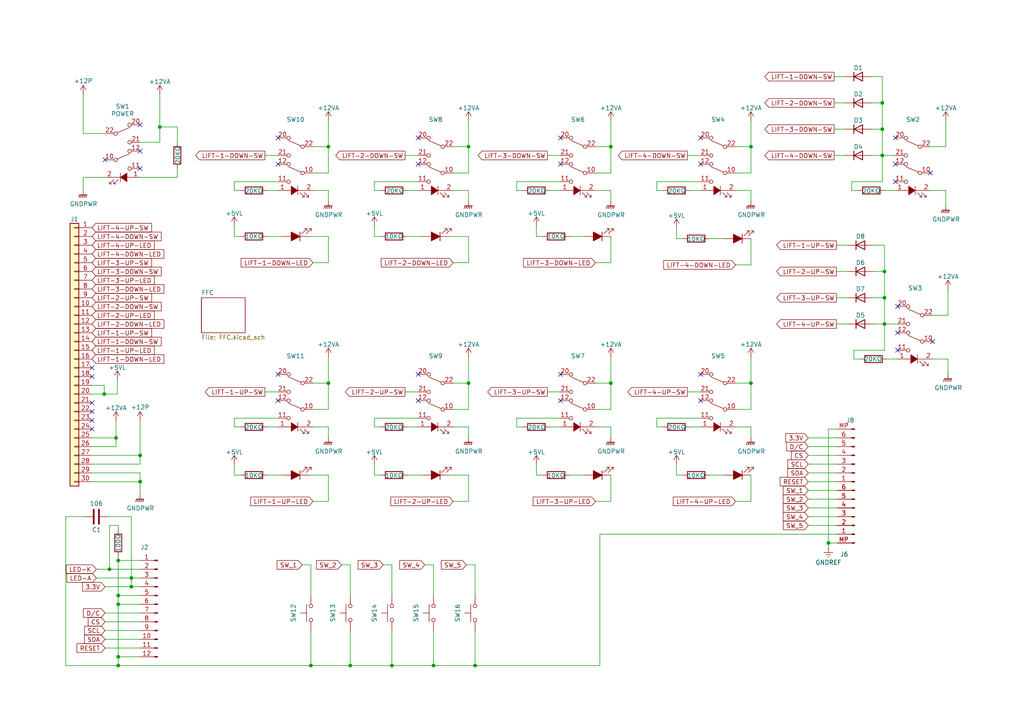
<source format=kicad_sch>
(kicad_sch (version 20231120) (generator "eeschema") (generator_version "8.0")
  (paper "A4")
  (title_block (title "CamTrol V3.6") (date "2021-12-15"))
  (junction (at 34.29 172.72))
  (junction (at 177.165 42.545))
  (junction (at 34.29 193.04))
  (junction (at 240.284 157.48))
  (junction (at 255.905 45.085))
  (junction (at 217.805 42.545))
  (junction (at 95.25 42.545))
  (junction (at 255.905 37.465))
  (junction (at 34.29 175.26))
  (junction (at 125.73 193.04))
  (junction (at 95.25 111.125))
  (junction (at 46.355 36.83))
  (junction (at 135.89 111.125))
  (junction (at 217.805 111.125))
  (junction (at 177.165 111.125))
  (junction (at 113.665 193.04))
  (junction (at 40.64 132.08))
  (junction (at 40.64 139.7))
  (junction (at 31.75 165.1))
  (junction (at 101.6 193.04))
  (junction (at 34.29 190.5))
  (junction (at 33.655 127))
  (junction (at 256.54 86.36))
  (junction (at 30.226 114.3))
  (junction (at 38.1 170.18))
  (junction (at 256.54 78.74))
  (junction (at 38.1 167.64))
  (junction (at 90.17 193.04))
  (junction (at 137.795 193.04))
  (junction (at 255.905 29.845))
  (junction (at 256.54 93.98))
  (junction (at 34.29 162.56))
  (junction (at 135.89 42.545))
  (no_connect (at 80.645 108.585))
  (no_connect (at 80.645 116.205))
  (no_connect (at 162.56 108.585))
  (no_connect (at 203.2 47.625))
  (no_connect (at 162.56 116.205))
  (no_connect (at 80.645 40.005))
  (no_connect (at 259.715 40.005))
  (no_connect (at 26.67 109.22))
  (no_connect (at 203.2 108.585))
  (no_connect (at 121.285 47.625))
  (no_connect (at 40.64 43.815))
  (no_connect (at 40.64 36.195))
  (no_connect (at 40.64 48.895))
  (no_connect (at 30.48 46.355))
  (no_connect (at 162.56 47.625))
  (no_connect (at 26.67 124.46))
  (no_connect (at 26.67 121.92))
  (no_connect (at 26.67 119.38))
  (no_connect (at 26.67 116.84))
  (no_connect (at 121.285 108.585))
  (no_connect (at 121.285 40.005))
  (no_connect (at 80.645 47.625))
  (no_connect (at 269.875 50.165))
  (no_connect (at 259.715 52.705))
  (no_connect (at 260.35 101.6))
  (no_connect (at 121.285 116.205))
  (no_connect (at 26.67 106.68))
  (no_connect (at 162.56 40.005))
  (no_connect (at 203.2 116.205))
  (no_connect (at 260.35 88.9))
  (no_connect (at 260.35 96.52))
  (no_connect (at 270.51 99.06))
  (no_connect (at 259.715 47.625))
  (no_connect (at 203.2 40.005))
  (wire (pts (xy 34.29 175.26) (xy 34.29 190.5)))
  (wire (pts (xy 234.442 129.54) (xy 242.824 129.54)))
  (wire (pts (xy 69.85 123.825) (xy 67.945 123.825)))
  (wire (pts (xy 30.48 177.8) (xy 40.64 177.8)))
  (wire (pts (xy 108.585 52.705) (xy 108.585 55.245)))
  (wire (pts (xy 255.905 29.845) (xy 255.905 37.465)))
  (wire (pts (xy 269.875 42.545) (xy 274.32 42.545)))
  (wire (pts (xy 26.67 137.16) (xy 40.64 137.16)))
  (wire (pts (xy 274.32 59.69) (xy 274.32 55.245)))
  (wire (pts (xy 242.57 71.12) (xy 245.745 71.12)))
  (wire (pts (xy 158.75 45.085) (xy 162.56 45.085)))
  (wire (pts (xy 51.435 41.275) (xy 51.435 36.83)))
  (wire (pts (xy 108.585 134.62) (xy 108.585 137.795)))
  (wire (pts (xy 27.94 167.64) (xy 38.1 167.64)))
  (wire (pts (xy 117.475 113.665) (xy 121.285 113.665)))
  (wire (pts (xy 234.442 147.32) (xy 242.824 147.32)))
  (wire (pts (xy 26.67 111.76) (xy 30.226 111.76)))
  (wire (pts (xy 135.89 76.2) (xy 135.89 68.58)))
  (wire (pts (xy 137.795 163.83) (xy 137.795 172.72)))
  (wire (pts (xy 213.36 55.245) (xy 217.805 55.245)))
  (wire (pts (xy 135.89 111.125) (xy 135.89 103.505)))
  (wire (pts (xy 108.585 121.285) (xy 108.585 123.825)))
  (wire (pts (xy 38.1 167.64) (xy 38.1 170.18)))
  (wire (pts (xy 151.765 123.825) (xy 149.86 123.825)))
  (wire (pts (xy 177.165 111.125) (xy 177.165 103.505)))
  (wire (pts (xy 242.824 124.46) (xy 240.284 124.46)))
  (wire (pts (xy 30.48 182.88) (xy 40.64 182.88)))
  (wire (pts (xy 101.6 193.04) (xy 90.17 193.04)))
  (wire (pts (xy 196.215 134.62) (xy 196.215 137.795)))
  (wire (pts (xy 213.36 123.825) (xy 217.805 123.825)))
  (wire (pts (xy 253.365 86.36) (xy 256.54 86.36)))
  (wire (pts (xy 255.905 37.465) (xy 255.905 45.085)))
  (wire (pts (xy 130.175 137.795) (xy 135.89 137.795)))
  (wire (pts (xy 118.11 68.58) (xy 122.555 68.58)))
  (wire (pts (xy 247.015 55.245) (xy 247.015 52.705)))
  (wire (pts (xy 30.48 187.96) (xy 40.64 187.96)))
  (wire (pts (xy 131.445 50.165) (xy 135.89 50.165)))
  (wire (pts (xy 111.125 163.83) (xy 113.665 163.83)))
  (wire (pts (xy 40.64 137.16) (xy 40.64 139.7)))
  (wire (pts (xy 67.945 52.705) (xy 67.945 55.245)))
  (wire (pts (xy 135.89 123.825) (xy 135.89 127)))
  (wire (pts (xy 253.365 93.98) (xy 256.54 93.98)))
  (wire (pts (xy 247.65 104.14) (xy 247.65 101.6)))
  (wire (pts (xy 125.73 193.04) (xy 137.795 193.04)))
  (wire (pts (xy 240.284 157.48) (xy 240.284 159.004)))
  (wire (pts (xy 172.72 123.825) (xy 177.165 123.825)))
  (wire (pts (xy 199.39 113.665) (xy 203.2 113.665)))
  (wire (pts (xy 157.48 137.795) (xy 155.575 137.795)))
  (wire (pts (xy 217.805 42.545) (xy 217.805 34.925)))
  (wire (pts (xy 130.175 68.58) (xy 135.89 68.58)))
  (wire (pts (xy 155.575 65.405) (xy 155.575 68.58)))
  (wire (pts (xy 67.945 65.405) (xy 67.945 68.58)))
  (wire (pts (xy 95.25 55.245) (xy 95.25 58.42)))
  (wire (pts (xy 192.405 55.245) (xy 190.5 55.245)))
  (wire (pts (xy 101.6 193.04) (xy 113.665 193.04)))
  (wire (pts (xy 69.85 68.58) (xy 67.945 68.58)))
  (wire (pts (xy 34.036 110.109) (xy 34.036 114.3)))
  (wire (pts (xy 135.89 145.415) (xy 135.89 137.795)))
  (wire (pts (xy 172.72 111.125) (xy 177.165 111.125)))
  (wire (pts (xy 158.75 113.665) (xy 162.56 113.665)))
  (wire (pts (xy 217.805 145.415) (xy 217.805 137.795)))
  (wire (pts (xy 213.36 145.415) (xy 217.805 145.415)))
  (wire (pts (xy 89.535 68.58) (xy 95.25 68.58)))
  (wire (pts (xy 190.5 121.285) (xy 190.5 123.825)))
  (wire (pts (xy 34.29 193.04) (xy 90.17 193.04)))
  (wire (pts (xy 198.12 137.795) (xy 196.215 137.795)))
  (wire (pts (xy 27.94 165.1) (xy 31.75 165.1)))
  (wire (pts (xy 51.435 36.83) (xy 46.355 36.83)))
  (wire (pts (xy 34.29 190.5) (xy 34.29 193.04)))
  (wire (pts (xy 24.13 55.245) (xy 24.13 51.435)))
  (wire (pts (xy 253.365 71.12) (xy 256.54 71.12)))
  (wire (pts (xy 165.1 68.58) (xy 169.545 68.58)))
  (wire (pts (xy 95.25 50.165) (xy 95.25 42.545)))
  (wire (pts (xy 248.92 55.245) (xy 247.015 55.245)))
  (wire (pts (xy 177.165 123.825) (xy 177.165 127)))
  (wire (pts (xy 269.875 55.245) (xy 274.32 55.245)))
  (wire (pts (xy 46.355 27.305) (xy 46.355 36.83)))
  (wire (pts (xy 217.805 76.835) (xy 217.805 69.215)))
  (wire (pts (xy 234.442 127) (xy 242.824 127)))
  (wire (pts (xy 257.175 104.14) (xy 260.35 104.14)))
  (wire (pts (xy 30.48 170.18) (xy 38.1 170.18)))
  (wire (pts (xy 234.442 132.08) (xy 242.824 132.08)))
  (wire (pts (xy 274.955 91.44) (xy 274.955 83.82)))
  (wire (pts (xy 31.75 152.4) (xy 31.75 165.1)))
  (wire (pts (xy 198.12 69.215) (xy 196.215 69.215)))
  (wire (pts (xy 213.36 118.745) (xy 217.805 118.745)))
  (wire (pts (xy 149.86 52.705) (xy 149.86 55.245)))
  (wire (pts (xy 24.13 38.735) (xy 30.48 38.735)))
  (wire (pts (xy 217.805 111.125) (xy 217.805 103.505)))
  (wire (pts (xy 234.442 139.7) (xy 242.824 139.7)))
  (wire (pts (xy 172.72 50.165) (xy 177.165 50.165)))
  (wire (pts (xy 34.29 162.56) (xy 40.64 162.56)))
  (wire (pts (xy 95.25 145.415) (xy 95.25 137.795)))
  (wire (pts (xy 200.025 123.825) (xy 203.2 123.825)))
  (wire (pts (xy 241.935 22.225) (xy 245.11 22.225)))
  (wire (pts (xy 67.945 134.62) (xy 67.945 137.795)))
  (wire (pts (xy 242.57 93.98) (xy 245.745 93.98)))
  (wire (pts (xy 24.13 51.435) (xy 30.48 51.435)))
  (wire (pts (xy 270.51 91.44) (xy 274.955 91.44)))
  (wire (pts (xy 40.64 132.08) (xy 40.64 121.92)))
  (wire (pts (xy 252.73 45.085) (xy 255.905 45.085)))
  (wire (pts (xy 256.54 93.98) (xy 260.35 93.98)))
  (wire (pts (xy 108.585 121.285) (xy 121.285 121.285)))
  (wire (pts (xy 77.47 55.245) (xy 80.645 55.245)))
  (wire (pts (xy 241.935 37.465) (xy 245.11 37.465)))
  (wire (pts (xy 200.025 55.245) (xy 203.2 55.245)))
  (wire (pts (xy 240.284 157.48) (xy 242.824 157.48)))
  (wire (pts (xy 26.67 114.3) (xy 30.226 114.3)))
  (wire (pts (xy 199.39 45.085) (xy 203.2 45.085)))
  (wire (pts (xy 234.442 149.86) (xy 242.824 149.86)))
  (wire (pts (xy 95.25 123.825) (xy 95.25 127)))
  (wire (pts (xy 34.29 161.29) (xy 34.29 162.56)))
  (wire (pts (xy 217.805 55.245) (xy 217.805 58.42)))
  (wire (pts (xy 101.6 182.88) (xy 101.6 193.04)))
  (wire (pts (xy 76.835 113.665) (xy 80.645 113.665)))
  (wire (pts (xy 110.49 123.825) (xy 108.585 123.825)))
  (wire (pts (xy 24.13 149.86) (xy 19.05 149.86)))
  (wire (pts (xy 213.36 42.545) (xy 217.805 42.545)))
  (wire (pts (xy 95.25 42.545) (xy 95.25 34.925)))
  (wire (pts (xy 87.63 163.83) (xy 90.17 163.83)))
  (wire (pts (xy 118.11 123.825) (xy 121.285 123.825)))
  (wire (pts (xy 123.19 163.83) (xy 125.73 163.83)))
  (wire (pts (xy 165.1 137.795) (xy 169.545 137.795)))
  (wire (pts (xy 135.89 118.745) (xy 135.89 111.125)))
  (wire (pts (xy 34.29 175.26) (xy 40.64 175.26)))
  (wire (pts (xy 252.73 37.465) (xy 255.905 37.465)))
  (wire (pts (xy 270.51 104.14) (xy 274.955 104.14)))
  (wire (pts (xy 135.255 163.83) (xy 137.795 163.83)))
  (wire (pts (xy 26.67 127) (xy 33.655 127)))
  (wire (pts (xy 90.805 123.825) (xy 95.25 123.825)))
  (wire (pts (xy 205.74 137.795) (xy 210.185 137.795)))
  (wire (pts (xy 30.226 114.3) (xy 34.036 114.3)))
  (wire (pts (xy 89.535 137.795) (xy 95.25 137.795)))
  (wire (pts (xy 242.57 78.74) (xy 245.745 78.74)))
  (wire (pts (xy 256.54 71.12) (xy 256.54 78.74)))
  (wire (pts (xy 177.165 76.2) (xy 177.165 68.58)))
  (wire (pts (xy 159.385 123.825) (xy 162.56 123.825)))
  (wire (pts (xy 95.25 103.505) (xy 95.25 111.125)))
  (wire (pts (xy 149.86 121.285) (xy 149.86 123.825)))
  (wire (pts (xy 26.67 129.54) (xy 33.655 129.54)))
  (wire (pts (xy 172.72 118.745) (xy 177.165 118.745)))
  (wire (pts (xy 26.67 132.08) (xy 40.64 132.08)))
  (wire (pts (xy 177.165 55.245) (xy 177.165 58.42)))
  (wire (pts (xy 108.585 65.405) (xy 108.585 68.58)))
  (wire (pts (xy 234.442 152.4) (xy 242.824 152.4)))
  (wire (pts (xy 31.75 165.1) (xy 40.64 165.1)))
  (wire (pts (xy 30.48 185.42) (xy 40.64 185.42)))
  (wire (pts (xy 117.475 45.085) (xy 121.285 45.085)))
  (wire (pts (xy 234.442 144.78) (xy 242.824 144.78)))
  (wire (pts (xy 137.795 193.04) (xy 173.99 193.04)))
  (wire (pts (xy 177.165 145.415) (xy 177.165 137.795)))
  (wire (pts (xy 151.765 55.245) (xy 149.86 55.245)))
  (wire (pts (xy 40.64 139.7) (xy 40.64 143.51)))
  (wire (pts (xy 118.11 137.795) (xy 122.555 137.795)))
  (wire (pts (xy 131.445 42.545) (xy 135.89 42.545)))
  (wire (pts (xy 172.72 76.2) (xy 177.165 76.2)))
  (wire (pts (xy 172.72 55.245) (xy 177.165 55.245)))
  (wire (pts (xy 256.54 101.6) (xy 256.54 93.98)))
  (wire (pts (xy 40.64 134.62) (xy 40.64 132.08)))
  (wire (pts (xy 90.17 163.83) (xy 90.17 172.72)))
  (wire (pts (xy 99.06 163.83) (xy 101.6 163.83)))
  (wire (pts (xy 234.442 134.62) (xy 242.824 134.62)))
  (wire (pts (xy 157.48 68.58) (xy 155.575 68.58)))
  (wire (pts (xy 30.226 111.76) (xy 30.226 114.3)))
  (wire (pts (xy 110.49 55.245) (xy 108.585 55.245)))
  (wire (pts (xy 131.445 55.245) (xy 135.89 55.245)))
  (wire (pts (xy 247.015 52.705) (xy 255.905 52.705)))
  (wire (pts (xy 125.73 182.88) (xy 125.73 193.04)))
  (wire (pts (xy 274.955 108.585) (xy 274.955 104.14)))
  (wire (pts (xy 34.29 153.67) (xy 34.29 152.4)))
  (wire (pts (xy 26.67 134.62) (xy 40.64 134.62)))
  (wire (pts (xy 90.805 145.415) (xy 95.25 145.415)))
  (wire (pts (xy 135.89 55.245) (xy 135.89 58.42)))
  (wire (pts (xy 255.905 45.085) (xy 259.715 45.085)))
  (wire (pts (xy 113.665 182.88) (xy 113.665 193.04)))
  (wire (pts (xy 217.805 50.165) (xy 217.805 42.545)))
  (wire (pts (xy 40.64 51.435) (xy 51.435 51.435)))
  (wire (pts (xy 213.36 50.165) (xy 217.805 50.165)))
  (wire (pts (xy 51.435 51.435) (xy 51.435 48.895)))
  (wire (pts (xy 34.29 172.72) (xy 34.29 175.26)))
  (wire (pts (xy 31.75 149.86) (xy 38.1 149.86)))
  (wire (pts (xy 131.445 145.415) (xy 135.89 145.415)))
  (wire (pts (xy 241.935 45.085) (xy 245.11 45.085)))
  (wire (pts (xy 113.665 193.04) (xy 125.73 193.04)))
  (wire (pts (xy 69.85 55.245) (xy 67.945 55.245)))
  (wire (pts (xy 192.405 123.825) (xy 190.5 123.825)))
  (wire (pts (xy 113.665 163.83) (xy 113.665 172.72)))
  (wire (pts (xy 159.385 55.245) (xy 162.56 55.245)))
  (wire (pts (xy 252.73 29.845) (xy 255.905 29.845)))
  (wire (pts (xy 24.13 27.305) (xy 24.13 38.735)))
  (wire (pts (xy 77.47 137.795) (xy 81.915 137.795)))
  (wire (pts (xy 38.1 167.64) (xy 40.64 167.64)))
  (wire (pts (xy 90.805 111.125) (xy 95.25 111.125)))
  (wire (pts (xy 131.445 123.825) (xy 135.89 123.825)))
  (wire (pts (xy 196.215 66.04) (xy 196.215 69.215)))
  (wire (pts (xy 217.805 118.745) (xy 217.805 111.125)))
  (wire (pts (xy 34.29 162.56) (xy 34.29 172.72)))
  (wire (pts (xy 19.05 193.04) (xy 34.29 193.04)))
  (wire (pts (xy 252.73 22.225) (xy 255.905 22.225)))
  (wire (pts (xy 241.935 29.845) (xy 245.11 29.845)))
  (wire (pts (xy 177.165 50.165) (xy 177.165 42.545)))
  (wire (pts (xy 80.645 121.285) (xy 67.945 121.285)))
  (wire (pts (xy 95.25 111.125) (xy 95.25 118.745)))
  (wire (pts (xy 213.36 111.125) (xy 217.805 111.125)))
  (wire (pts (xy 125.73 163.83) (xy 125.73 172.72)))
  (wire (pts (xy 101.6 163.83) (xy 101.6 172.72)))
  (wire (pts (xy 110.49 137.795) (xy 108.585 137.795)))
  (wire (pts (xy 38.1 170.18) (xy 40.64 170.18)))
  (wire (pts (xy 90.805 50.165) (xy 95.25 50.165)))
  (wire (pts (xy 172.72 42.545) (xy 177.165 42.545)))
  (wire (pts (xy 255.905 22.225) (xy 255.905 29.845)))
  (wire (pts (xy 177.165 118.745) (xy 177.165 111.125)))
  (wire (pts (xy 247.65 101.6) (xy 256.54 101.6)))
  (wire (pts (xy 256.54 55.245) (xy 259.715 55.245)))
  (wire (pts (xy 253.365 78.74) (xy 256.54 78.74)))
  (wire (pts (xy 234.442 142.24) (xy 242.824 142.24)))
  (wire (pts (xy 137.795 182.88) (xy 137.795 193.04)))
  (wire (pts (xy 19.05 149.86) (xy 19.05 193.04)))
  (wire (pts (xy 90.805 55.245) (xy 95.25 55.245)))
  (wire (pts (xy 155.575 134.62) (xy 155.575 137.795)))
  (wire (pts (xy 203.2 52.705) (xy 190.5 52.705)))
  (wire (pts (xy 242.57 86.36) (xy 245.745 86.36)))
  (wire (pts (xy 242.824 154.94) (xy 173.99 154.94)))
  (wire (pts (xy 46.355 36.83) (xy 46.355 41.275)))
  (wire (pts (xy 190.5 121.285) (xy 203.2 121.285)))
  (wire (pts (xy 256.54 86.36) (xy 256.54 93.98)))
  (wire (pts (xy 77.47 68.58) (xy 81.915 68.58)))
  (wire (pts (xy 173.99 154.94) (xy 173.99 193.04)))
  (wire (pts (xy 77.47 123.825) (xy 80.645 123.825)))
  (wire (pts (xy 121.285 52.705) (xy 108.585 52.705)))
  (wire (pts (xy 131.445 111.125) (xy 135.89 111.125)))
  (wire (pts (xy 34.29 172.72) (xy 40.64 172.72)))
  (wire (pts (xy 110.49 68.58) (xy 108.585 68.58)))
  (wire (pts (xy 67.945 121.285) (xy 67.945 123.825)))
  (wire (pts (xy 40.64 41.275) (xy 46.355 41.275)))
  (wire (pts (xy 255.905 52.705) (xy 255.905 45.085)))
  (wire (pts (xy 274.32 42.545) (xy 274.32 34.925)))
  (wire (pts (xy 76.835 45.085) (xy 80.645 45.085)))
  (wire (pts (xy 162.56 52.705) (xy 149.86 52.705)))
  (wire (pts (xy 162.56 121.285) (xy 149.86 121.285)))
  (wire (pts (xy 131.445 118.745) (xy 135.89 118.745)))
  (wire (pts (xy 90.17 182.88) (xy 90.17 193.04)))
  (wire (pts (xy 205.74 69.215) (xy 210.185 69.215)))
  (wire (pts (xy 69.85 137.795) (xy 67.945 137.795)))
  (wire (pts (xy 34.29 152.4) (xy 31.75 152.4)))
  (wire (pts (xy 256.54 78.74) (xy 256.54 86.36)))
  (wire (pts (xy 26.67 139.7) (xy 40.64 139.7)))
  (wire (pts (xy 33.655 127) (xy 33.655 129.54)))
  (wire (pts (xy 90.805 118.745) (xy 95.25 118.745)))
  (wire (pts (xy 90.805 76.2) (xy 95.25 76.2)))
  (wire (pts (xy 33.655 121.92) (xy 33.655 127)))
  (wire (pts (xy 172.72 145.415) (xy 177.165 145.415)))
  (wire (pts (xy 118.11 55.245) (xy 121.285 55.245)))
  (wire (pts (xy 80.645 52.705) (xy 67.945 52.705)))
  (wire (pts (xy 135.89 42.545) (xy 135.89 34.925)))
  (wire (pts (xy 38.1 149.86) (xy 38.1 167.64)))
  (wire (pts (xy 90.805 42.545) (xy 95.25 42.545)))
  (wire (pts (xy 30.48 180.34) (xy 40.64 180.34)))
  (wire (pts (xy 190.5 52.705) (xy 190.5 55.245)))
  (wire (pts (xy 177.165 42.545) (xy 177.165 34.925)))
  (wire (pts (xy 34.29 190.5) (xy 40.64 190.5)))
  (wire (pts (xy 217.805 123.825) (xy 217.805 127)))
  (wire (pts (xy 95.25 76.2) (xy 95.25 68.58)))
  (wire (pts (xy 131.445 76.2) (xy 135.89 76.2)))
  (wire (pts (xy 135.89 50.165) (xy 135.89 42.545)))
  (wire (pts (xy 234.442 137.16) (xy 242.824 137.16)))
  (wire (pts (xy 213.36 76.835) (xy 217.805 76.835)))
  (wire (pts (xy 240.284 124.46) (xy 240.284 157.48)))
  (wire (pts (xy 249.555 104.14) (xy 247.65 104.14)))
  (global_label "D{slash}C" (shape input) (at 234.442 129.54 180) (property "Intersheetrefs" "${INTERSHEET_REFS}" (effects (hide yes))))
  (global_label "RESET" (shape input) (at 30.48 187.96 180) (property "Intersheetrefs" "${INTERSHEET_REFS}" (effects (hide yes))))
  (global_label "LIFT-3-DOWN-SW" (shape input) (at 26.67 78.74 0) (property "Intersheetrefs" "${INTERSHEET_REFS}" (effects (hide yes))))
  (global_label "LIFT-4-DOWN-SW" (shape output) (at 199.39 45.085 180) (property "Intersheetrefs" "${INTERSHEET_REFS}" (effects (hide yes))))
  (global_label "LIFT-2-UP-LED" (shape input) (at 131.445 145.415 180) (property "Intersheetrefs" "${INTERSHEET_REFS}" (effects (hide yes))))
  (global_label "LIFT-4-DOWN-LED" (shape input) (at 213.36 76.835 180) (property "Intersheetrefs" "${INTERSHEET_REFS}" (effects (hide yes))))
  (global_label "LIFT-4-UP-LED" (shape input) (at 26.67 71.12 0) (property "Intersheetrefs" "${INTERSHEET_REFS}" (effects (hide yes))))
  (global_label "LIFT-1-UP-LED" (shape input) (at 90.805 145.415 180) (property "Intersheetrefs" "${INTERSHEET_REFS}" (effects (hide yes))))
  (global_label "SW_5" (shape input) (at 135.255 163.83 180) (property "Intersheetrefs" "${INTERSHEET_REFS}" (effects (hide yes))))
  (global_label "SW_5" (shape input) (at 234.442 152.4 180) (property "Intersheetrefs" "${INTERSHEET_REFS}" (effects (hide yes))))
  (global_label "LIFT-1-DOWN-SW" (shape output) (at 76.835 45.085 180) (property "Intersheetrefs" "${INTERSHEET_REFS}" (effects (hide yes))))
  (global_label "LIFT-2-DOWN-LED" (shape input) (at 26.67 93.98 0) (property "Intersheetrefs" "${INTERSHEET_REFS}" (effects (hide yes))))
  (global_label "CS" (shape input) (at 234.442 132.08 180) (property "Intersheetrefs" "${INTERSHEET_REFS}" (effects (hide yes))))
  (global_label "LIFT-1-UP-LED" (shape input) (at 26.67 101.6 0) (property "Intersheetrefs" "${INTERSHEET_REFS}" (effects (hide yes))))
  (global_label "CS" (shape input) (at 30.48 180.34 180) (property "Intersheetrefs" "${INTERSHEET_REFS}" (effects (hide yes))))
  (global_label "LIFT-3-UP-SW" (shape output) (at 242.57 86.36 180) (property "Intersheetrefs" "${INTERSHEET_REFS}" (effects (hide yes))))
  (global_label "LIFT-3-DOWN-LED" (shape input) (at 172.72 76.2 180) (property "Intersheetrefs" "${INTERSHEET_REFS}" (effects (hide yes))))
  (global_label "LIFT-4-UP-SW" (shape input) (at 26.67 66.04 0) (property "Intersheetrefs" "${INTERSHEET_REFS}" (effects (hide yes))))
  (global_label "LIFT-3-DOWN-LED" (shape input) (at 26.67 83.82 0) (property "Intersheetrefs" "${INTERSHEET_REFS}" (effects (hide yes))))
  (global_label "3.3V" (shape input) (at 234.442 127 180) (property "Intersheetrefs" "${INTERSHEET_REFS}" (effects (hide yes))))
  (global_label "LIFT-3-UP-LED" (shape input) (at 26.67 81.28 0) (property "Intersheetrefs" "${INTERSHEET_REFS}" (effects (hide yes))))
  (global_label "LIFT-3-UP-LED" (shape input) (at 172.72 145.415 180) (property "Intersheetrefs" "${INTERSHEET_REFS}" (effects (hide yes))))
  (global_label "D{slash}C" (shape input) (at 30.48 177.8 180) (property "Intersheetrefs" "${INTERSHEET_REFS}" (effects (hide yes))))
  (global_label "LED-A" (shape input) (at 27.94 167.64 180) (property "Intersheetrefs" "${INTERSHEET_REFS}" (effects (hide yes))))
  (global_label "LIFT-1-UP-SW" (shape input) (at 26.67 96.52 0) (property "Intersheetrefs" "${INTERSHEET_REFS}" (effects (hide yes))))
  (global_label "SCL" (shape input) (at 30.48 182.88 180) (property "Intersheetrefs" "${INTERSHEET_REFS}" (effects (hide yes))))
  (global_label "SCL" (shape input) (at 234.442 134.62 180) (property "Intersheetrefs" "${INTERSHEET_REFS}" (effects (hide yes))))
  (global_label "LIFT-1-UP-SW" (shape output) (at 242.57 71.12 180) (property "Intersheetrefs" "${INTERSHEET_REFS}" (effects (hide yes))))
  (global_label "LIFT-2-DOWN-SW" (shape input) (at 26.67 88.9 0) (property "Intersheetrefs" "${INTERSHEET_REFS}" (effects (hide yes))))
  (global_label "LIFT-2-DOWN-SW" (shape output) (at 241.935 29.845 180) (property "Intersheetrefs" "${INTERSHEET_REFS}" (effects (hide yes))))
  (global_label "LIFT-2-UP-SW" (shape input) (at 26.67 86.36 0) (property "Intersheetrefs" "${INTERSHEET_REFS}" (effects (hide yes))))
  (global_label "LIFT-2-DOWN-SW" (shape output) (at 117.475 45.085 180) (property "Intersheetrefs" "${INTERSHEET_REFS}" (effects (hide yes))))
  (global_label "LIFT-3-DOWN-SW" (shape output) (at 241.935 37.465 180) (property "Intersheetrefs" "${INTERSHEET_REFS}" (effects (hide yes))))
  (global_label "SW_2" (shape input) (at 234.442 144.78 180) (property "Intersheetrefs" "${INTERSHEET_REFS}" (effects (hide yes))))
  (global_label "LIFT-1-DOWN-SW" (shape output) (at 241.935 22.225 180) (property "Intersheetrefs" "${INTERSHEET_REFS}" (effects (hide yes))))
  (global_label "LIFT-4-DOWN-SW" (shape output) (at 241.935 45.085 180) (property "Intersheetrefs" "${INTERSHEET_REFS}" (effects (hide yes))))
  (global_label "LIFT-2-UP-LED" (shape input) (at 26.67 91.44 0) (property "Intersheetrefs" "${INTERSHEET_REFS}" (effects (hide yes))))
  (global_label "SW_1" (shape input) (at 234.442 142.24 180) (property "Intersheetrefs" "${INTERSHEET_REFS}" (effects (hide yes))))
  (global_label "SDA" (shape input) (at 234.442 137.16 180) (property "Intersheetrefs" "${INTERSHEET_REFS}" (effects (hide yes))))
  (global_label "SDA" (shape input) (at 30.48 185.42 180) (property "Intersheetrefs" "${INTERSHEET_REFS}" (effects (hide yes))))
  (global_label "LIFT-4-UP-SW" (shape output) (at 242.57 93.98 180) (property "Intersheetrefs" "${INTERSHEET_REFS}" (effects (hide yes))))
  (global_label "SW_3" (shape input) (at 111.125 163.83 180) (property "Intersheetrefs" "${INTERSHEET_REFS}" (effects (hide yes))))
  (global_label "LIFT-4-DOWN-SW" (shape input) (at 26.67 68.58 0) (property "Intersheetrefs" "${INTERSHEET_REFS}" (effects (hide yes))))
  (global_label "LIFT-4-DOWN-LED" (shape input) (at 26.67 73.66 0) (property "Intersheetrefs" "${INTERSHEET_REFS}" (effects (hide yes))))
  (global_label "LIFT-3-DOWN-SW" (shape output) (at 158.75 45.085 180) (property "Intersheetrefs" "${INTERSHEET_REFS}" (effects (hide yes))))
  (global_label "LIFT-4-UP-LED" (shape input) (at 213.36 145.415 180) (property "Intersheetrefs" "${INTERSHEET_REFS}" (effects (hide yes))))
  (global_label "SW_2" (shape input) (at 99.06 163.83 180) (property "Intersheetrefs" "${INTERSHEET_REFS}" (effects (hide yes))))
  (global_label "LIFT-1-DOWN-LED" (shape input) (at 26.67 104.14 0) (property "Intersheetrefs" "${INTERSHEET_REFS}" (effects (hide yes))))
  (global_label "LED-K" (shape input) (at 27.94 165.1 180) (property "Intersheetrefs" "${INTERSHEET_REFS}" (effects (hide yes))))
  (global_label "SW_3" (shape input) (at 234.442 147.32 180) (property "Intersheetrefs" "${INTERSHEET_REFS}" (effects (hide yes))))
  (global_label "LIFT-1-DOWN-LED" (shape input) (at 90.805 76.2 180) (property "Intersheetrefs" "${INTERSHEET_REFS}" (effects (hide yes))))
  (global_label "LIFT-3-UP-SW" (shape input) (at 26.67 76.2 0) (property "Intersheetrefs" "${INTERSHEET_REFS}" (effects (hide yes))))
  (global_label "LIFT-2-UP-SW" (shape output) (at 117.475 113.665 180) (property "Intersheetrefs" "${INTERSHEET_REFS}" (effects (hide yes))))
  (global_label "LIFT-4-UP-SW" (shape output) (at 199.39 113.665 180) (property "Intersheetrefs" "${INTERSHEET_REFS}" (effects (hide yes))))
  (global_label "RESET" (shape input) (at 234.442 139.7 180) (property "Intersheetrefs" "${INTERSHEET_REFS}" (effects (hide yes))))
  (global_label "LIFT-1-UP-SW" (shape output) (at 76.835 113.665 180) (property "Intersheetrefs" "${INTERSHEET_REFS}" (effects (hide yes))))
  (global_label "LIFT-1-DOWN-SW" (shape input) (at 26.67 99.06 0) (property "Intersheetrefs" "${INTERSHEET_REFS}" (effects (hide yes))))
  (global_label "SW_1" (shape input) (at 87.63 163.83 180) (property "Intersheetrefs" "${INTERSHEET_REFS}" (effects (hide yes))))
  (global_label "LIFT-2-DOWN-LED" (shape input) (at 131.445 76.2 180) (property "Intersheetrefs" "${INTERSHEET_REFS}" (effects (hide yes))))
  (global_label "LIFT-2-UP-SW" (shape output) (at 242.57 78.74 180) (property "Intersheetrefs" "${INTERSHEET_REFS}" (effects (hide yes))))
  (global_label "SW_4" (shape input) (at 234.442 149.86 180) (property "Intersheetrefs" "${INTERSHEET_REFS}" (effects (hide yes))))
  (global_label "SW_4" (shape input) (at 123.19 163.83 180) (property "Intersheetrefs" "${INTERSHEET_REFS}" (effects (hide yes))))
  (global_label "LIFT-3-UP-SW" (shape output) (at 158.75 113.665 180) (property "Intersheetrefs" "${INTERSHEET_REFS}" (effects (hide yes))))
  (global_label "3.3V" (shape input) (at 30.48 170.18 180) (property "Intersheetrefs" "${INTERSHEET_REFS}" (effects (hide yes))))
  (symbol (lib_id "power:GNDPWR") (at 95.25 127 0) (unit 1)
    (property "Reference" "#PWR0115" (effects (hide yes)))
    (property "Value" "GNDPWR" (at 95.3516 130.9116 0))
  )
  (symbol (lib_id "Simulation_SPICE:DIODE") (at 249.555 86.36 0) (mirror y) (unit 1)
    (property "Reference" "D7" (at 249.555 83.82 0))
    (property "Value" "${SIM.PARAMS}" (effects (hide yes)))
    (property "Footprint" "Server.pretty:D_SOD-123" (effects (hide yes)))
    (property "Datasheet" "https://www.partsworld.co.kr/goods/goods_view.php?goodsNo=1000012566" (effects (hide yes)))
    (property "Manufacture" "부품세상" (effects (hide yes)))
    (property "Package" "DO-214AC(SMA)" (effects (hide yes)))
    (property "Price" "44" (effects (hide yes)))
    (property "Sim.Device" "SPICE" (effects (hide yes)))
    (property "Sim.Params" "type=\"D\" model=\"1N4148W\" lib=\"\"" (effects (hide yes)))
    (property "Sim.Pins" "1=1 2=2" (effects (hide yes)))
  )
  (symbol (lib_name "Conn_01x06_Pin_1") (lib_id "Connector:Conn_01x06_Pin") (at 247.904 134.62 180) (unit 1)
    (property "Reference" "J8" (at 246.634 121.92 0))
    (property "Value" "Conn_01x06_Pin" (effects (hide yes)))
    (property "Footprint" "Connector_JST:JST_GH_SM06B-GHS-TB_1x06-1MP_P1.25mm_Horizontal" (effects (hide yes)))
    (property "Manufacture" "DEVICEMART" (effects (hide yes)))
    (property "Price" "30" (effects (hide yes)))
  )
  (symbol (lib_id "power:+12VA") (at 217.805 103.505 0) (unit 1)
    (property "Reference" "#PWR0111" (effects (hide yes)))
    (property "Value" "+12VA" (at 217.805 99.9005 0))
  )
  (symbol (lib_id "power:GNDPWR") (at 274.32 59.69 0) (unit 1)
    (property "Reference" "#PWR0104" (effects (hide yes)))
    (property "Value" "GNDPWR" (at 274.4216 63.6016 0))
  )
  (symbol (lib_id "CamTrol-12Ch-Main-Board-rescue:R-Server_Used-CamTrol-12Ch-Main-Board-rescue-CamTrol-12Ch-Main-Board-rescue-CamTrol-12Ch-Main-Board-rescue-CamTrol-12Ch-Main-Board-rescue") (at 205.74 69.215 270) (mirror x) (unit 1)
    (property "Reference" "R18" (effects (hide yes)))
    (property "Value" "10KΩ" (at 201.93 69.342 90))
    (property "Footprint" "Server.pretty:R_0805_HandSoldering" (effects (hide yes)))
    (property "Datasheet" "https://www.partsworld.co.kr/goods/goods_view.php?goodsNo=1000000637" (effects (hide yes)))
    (property "Price" "20" (effects (hide yes)))
    (property "Manufacture" "부품세상" (effects (hide yes)))
    (property "Package" "2012(0805)" (effects (hide yes)))
  )
  (symbol (lib_id "CamTrol-12Ch-Main-Board-rescue:R-Server_Used-CamTrol-12Ch-Main-Board-rescue-CamTrol-12Ch-Main-Board-rescue-CamTrol-12Ch-Main-Board-rescue-CamTrol-12Ch-Main-Board-rescue") (at 159.385 55.245 270) (mirror x) (unit 1)
    (property "Reference" "R6" (effects (hide yes)))
    (property "Value" "20KΩ" (at 155.702 55.372 90))
    (property "Footprint" "Server.pretty:R_0805_HandSoldering" (effects (hide yes)))
    (property "Datasheet" "https://www.partsworld.co.kr/goods/goods_view.php?goodsNo=1000000637" (effects (hide yes)))
    (property "Price" "20" (effects (hide yes)))
    (property "Manufacture" "부품세상" (effects (hide yes)))
    (property "Package" "2012(0805)" (effects (hide yes)))
  )
  (symbol (lib_id "Server_Used:P2-L_2") (at 167.64 55.245 0) (mirror y) (unit 1)
    (property "Reference" "SW6" (at 167.64 34.671 0))
    (property "Value" "POWER" (effects (hide yes)))
    (property "Footprint" "Server.pretty:P2-L" (effects (hide yes)))
  )
  (symbol (lib_id "CamTrol-12Ch-Main-Board-rescue:R-Server_Used-CamTrol-12Ch-Main-Board-rescue-CamTrol-12Ch-Main-Board-rescue-CamTrol-12Ch-Main-Board-rescue-CamTrol-12Ch-Main-Board-rescue") (at 159.385 123.825 270) (mirror x) (unit 1)
    (property "Reference" "R7" (effects (hide yes)))
    (property "Value" "20KΩ" (at 155.702 123.952 90))
    (property "Footprint" "Server.pretty:R_0805_HandSoldering" (effects (hide yes)))
    (property "Datasheet" "https://www.partsworld.co.kr/goods/goods_view.php?goodsNo=1000000637" (effects (hide yes)))
    (property "Price" "20" (effects (hide yes)))
    (property "Manufacture" "부품세상" (effects (hide yes)))
    (property "Package" "2012(0805)" (effects (hide yes)))
  )
  (symbol (lib_id "power:GNDREF") (at 240.284 159.004 0) (unit 1)
    (property "Reference" "#PWR013" (effects (hide yes)))
    (property "Value" "GNDREF" (at 240.284 163.1371 0))
    (property "Description" "Power symbol creates a global label with name \"GNDREF\" , reference supply ground" (effects (hide yes)))
  )
  (symbol (lib_id "power:+12VA") (at 274.32 34.925 0) (unit 1)
    (property "Reference" "#PWR0101" (effects (hide yes)))
    (property "Value" "+12VA" (at 274.32 31.3205 0))
  )
  (symbol (lib_id "Simulation_SPICE:DIODE") (at 248.92 45.085 0) (mirror y) (unit 1)
    (property "Reference" "D4" (at 248.92 42.545 0))
    (property "Value" "${SIM.PARAMS}" (effects (hide yes)))
    (property "Footprint" "Server.pretty:D_SOD-123" (effects (hide yes)))
    (property "Datasheet" "https://www.partsworld.co.kr/goods/goods_view.php?goodsNo=1000012566" (effects (hide yes)))
    (property "Manufacture" "부품세상" (effects (hide yes)))
    (property "Package" "DO-214AC(SMA)" (effects (hide yes)))
    (property "Price" "44" (effects (hide yes)))
    (property "Sim.Device" "SPICE" (effects (hide yes)))
    (property "Sim.Params" "type=\"D\" model=\"1N4148W\" lib=\"\"" (effects (hide yes)))
    (property "Sim.Pins" "1=1 2=2" (effects (hide yes)))
  )
  (symbol (lib_id "Server_Used:P2-L_2") (at 85.725 55.245 0) (mirror y) (unit 1)
    (property "Reference" "SW10" (at 85.725 34.671 0))
    (property "Value" "POWER" (effects (hide yes)))
    (property "Footprint" "Server.pretty:P2-L" (effects (hide yes)))
  )
  (symbol (lib_id "Simulation_SPICE:DIODE") (at 249.555 93.98 0) (mirror y) (unit 1)
    (property "Reference" "D5" (at 249.555 91.44 0))
    (property "Value" "${SIM.PARAMS}" (effects (hide yes)))
    (property "Footprint" "Server.pretty:D_SOD-123" (effects (hide yes)))
    (property "Datasheet" "https://www.partsworld.co.kr/goods/goods_view.php?goodsNo=1000012566" (effects (hide yes)))
    (property "Manufacture" "부품세상" (effects (hide yes)))
    (property "Package" "DO-214AC(SMA)" (effects (hide yes)))
    (property "Price" "44" (effects (hide yes)))
    (property "Sim.Device" "SPICE" (effects (hide yes)))
    (property "Sim.Params" "type=\"D\" model=\"1N4148W\" lib=\"\"" (effects (hide yes)))
    (property "Sim.Pins" "1=1 2=2" (effects (hide yes)))
  )
  (symbol (lib_id "CamTrol-12Ch-Main-Board-rescue:R-Server_Used-CamTrol-12Ch-Main-Board-rescue-CamTrol-12Ch-Main-Board-rescue-CamTrol-12Ch-Main-Board-rescue-CamTrol-12Ch-Main-Board-rescue") (at 256.54 55.245 270) (mirror x) (unit 1)
    (property "Reference" "R2" (effects (hide yes)))
    (property "Value" "20KΩ" (at 252.73 55.372 90))
    (property "Footprint" "Server.pretty:R_0805_HandSoldering" (effects (hide yes)))
    (property "Datasheet" "https://www.partsworld.co.kr/goods/goods_view.php?goodsNo=1000000637" (effects (hide yes)))
    (property "Price" "20" (effects (hide yes)))
    (property "Manufacture" "부품세상" (effects (hide yes)))
    (property "Package" "2012(0805)" (effects (hide yes)))
  )
  (symbol (lib_id "Switch:SW_Push") (at 90.17 177.8 90) (unit 1)
    (property "Reference" "SW12" (at 85.09 177.8 0))
    (property "Value" "SW_Push" (effects (hide yes)))
    (property "Footprint" "Server.pretty:TS-3404" (effects (hide yes)))
    (property "Datasheet" "https://ko.aliexpress.com/item/1005001629175919.html?spm=a2g0o.productlist.main.11.5e724c28lXbOYL&algo_pvid=f0595e6e-2810-4e0b-8806-369804a5228c&algo_exp_id=f0595e6e-2810-4e0b-8806-369804a5228c-5&pdp_npi=4%40dis%21KRW%212761%211374.0%21%21%212.05%21%21%402101c59517020762702623391e2bb4%2112000026886281234%21sea%21KR%212278664531%21AB&curPageLogUid=r6hnWocM2BSy" (effects (hide yes)))
  )
  (symbol (lib_id "power:+5VL") (at 67.945 65.405 0) (unit 1)
    (property "Reference" "#PWR09" (effects (hide yes)))
    (property "Value" "+5VL" (at 67.945 61.9031 0))
  )
  (symbol (lib_id "power:+5VL") (at 34.036 110.109 0) (unit 1)
    (property "Reference" "#PWR01" (effects (hide yes)))
    (property "Value" "+5VL" (at 34.036 106.6071 0))
  )
  (symbol (lib_id "power:GNDPWR") (at 95.25 58.42 0) (unit 1)
    (property "Reference" "#PWR0114" (effects (hide yes)))
    (property "Value" "GNDPWR" (at 95.3516 62.3316 0))
  )
  (symbol (lib_id "Server_Used:P2-L_2") (at 265.43 104.14 0) (mirror y) (unit 1)
    (property "Reference" "SW3" (at 265.43 83.566 0))
    (property "Value" "POWER" (effects (hide yes)))
    (property "Footprint" "Server.pretty:P2-L" (effects (hide yes)))
  )
  (symbol (lib_id "CamTrol-12Ch-Main-Board-rescue:R-Server_Used-CamTrol-12Ch-Main-Board-rescue-CamTrol-12Ch-Main-Board-rescue-CamTrol-12Ch-Main-Board-rescue-CamTrol-12Ch-Main-Board-rescue") (at 200.025 123.825 270) (mirror x) (unit 1)
    (property "Reference" "R5" (effects (hide yes)))
    (property "Value" "20KΩ" (at 196.342 123.952 90))
    (property "Footprint" "Server.pretty:R_0805_HandSoldering" (effects (hide yes)))
    (property "Datasheet" "https://www.partsworld.co.kr/goods/goods_view.php?goodsNo=1000000637" (effects (hide yes)))
    (property "Price" "20" (effects (hide yes)))
    (property "Manufacture" "부품세상" (effects (hide yes)))
    (property "Package" "2012(0805)" (effects (hide yes)))
  )
  (symbol (lib_id "CamTrol-12Ch-Main-Board-rescue:R-Server_Used-CamTrol-12Ch-Main-Board-rescue-CamTrol-12Ch-Main-Board-rescue-CamTrol-12Ch-Main-Board-rescue-CamTrol-12Ch-Main-Board-rescue") (at 77.47 137.795 270) (mirror x) (unit 1)
    (property "Reference" "R13" (effects (hide yes)))
    (property "Value" "10KΩ" (at 73.66 137.922 90))
    (property "Footprint" "Server.pretty:R_0805_HandSoldering" (effects (hide yes)))
    (property "Datasheet" "https://www.partsworld.co.kr/goods/goods_view.php?goodsNo=1000000637" (effects (hide yes)))
    (property "Price" "20" (effects (hide yes)))
    (property "Manufacture" "부품세상" (effects (hide yes)))
    (property "Package" "2012(0805)" (effects (hide yes)))
  )
  (symbol (lib_id "power:+5VL") (at 196.215 66.04 0) (unit 1)
    (property "Reference" "#PWR012" (effects (hide yes)))
    (property "Value" "+5VL" (at 196.215 62.5381 0))
  )
  (symbol (lib_id "CamTrol-12Ch-Main-Board-rescue:R-Server_Used-CamTrol-12Ch-Main-Board-rescue-CamTrol-12Ch-Main-Board-rescue-CamTrol-12Ch-Main-Board-rescue-CamTrol-12Ch-Main-Board-rescue") (at 51.435 48.895 180) (unit 1)
    (property "Reference" "R1" (effects (hide yes)))
    (property "Value" "20KΩ" (at 51.562 44.958 90))
    (property "Footprint" "Server.pretty:R_0805_HandSoldering" (effects (hide yes)))
    (property "Datasheet" "https://www.partsworld.co.kr/goods/goods_view.php?goodsNo=1000000637" (effects (hide yes)))
    (property "Price" "20" (effects (hide yes)))
    (property "Manufacture" "부품세상" (effects (hide yes)))
    (property "Package" "2012(0805)" (effects (hide yes)))
  )
  (symbol (lib_id "CamTrol-12Ch-Main-Board-rescue:R-Server_Used-CamTrol-12Ch-Main-Board-rescue-CamTrol-12Ch-Main-Board-rescue-CamTrol-12Ch-Main-Board-rescue-CamTrol-12Ch-Main-Board-rescue") (at 200.025 55.245 270) (mirror x) (unit 1)
    (property "Reference" "R4" (effects (hide yes)))
    (property "Value" "20KΩ" (at 196.342 55.372 90))
    (property "Footprint" "Server.pretty:R_0805_HandSoldering" (effects (hide yes)))
    (property "Datasheet" "https://www.partsworld.co.kr/goods/goods_view.php?goodsNo=1000000637" (effects (hide yes)))
    (property "Price" "20" (effects (hide yes)))
    (property "Manufacture" "부품세상" (effects (hide yes)))
    (property "Package" "2012(0805)" (effects (hide yes)))
  )
  (symbol (lib_id "power:GNDPWR") (at 217.805 58.42 0) (unit 1)
    (property "Reference" "#PWR0110" (effects (hide yes)))
    (property "Value" "GNDPWR" (at 217.9066 62.3316 0))
  )
  (symbol (lib_id "Switch:SW_Push") (at 125.73 177.8 90) (unit 1)
    (property "Reference" "SW15" (at 120.65 177.8 0))
    (property "Value" "SW_Push" (effects (hide yes)))
    (property "Footprint" "Server.pretty:TS-3404" (effects (hide yes)))
    (property "Datasheet" "https://ko.aliexpress.com/item/1005001629175919.html?spm=a2g0o.productlist.main.11.5e724c28lXbOYL&algo_pvid=f0595e6e-2810-4e0b-8806-369804a5228c&algo_exp_id=f0595e6e-2810-4e0b-8806-369804a5228c-5&pdp_npi=4%40dis%21KRW%212761%211374.0%21%21%212.05%21%21%402101c59517020762702623391e2bb4%2112000026886281234%21sea%21KR%212278664531%21AB&curPageLogUid=r6hnWocM2BSy" (effects (hide yes)))
  )
  (symbol (lib_id "power:+12P") (at 40.64 121.92 0) (unit 1)
    (property "Reference" "#PWR04" (effects (hide yes)))
    (property "Value" "+12P" (at 40.64 118.11 0))
  )
  (symbol (lib_id "power:GNDPWR") (at 217.805 127 0) (unit 1)
    (property "Reference" "#PWR0130" (effects (hide yes)))
    (property "Value" "GNDPWR" (at 217.9066 130.9116 0))
  )
  (symbol (lib_id "CamTrol-12Ch-Main-Board-rescue:LED-Server_Used-CamTrol-12Ch-Main-Board-rescue-CamTrol-12Ch-Main-Board-rescue-CamTrol-12Ch-Main-Board-rescue-CamTrol-12Ch-Main-Board-rescue") (at 213.995 137.795 180) (unit 1)
    (property "Reference" "D16" (effects (hide yes)))
    (property "Value" "RED LED" (effects (hide yes)))
    (property "Footprint" "LED_THT:LED_D3.0mm_FlatTop" (effects (hide yes)))
    (property "Datasheet" "http://www.partsworld.co.kr/goods/goods_view.php?goodsNo=1000008652" (effects (hide yes)))
    (property "Price" "132" (effects (hide yes)))
    (property "Manufacture" "부품세상" (effects (hide yes)))
    (property "Package" "2012(0805)" (effects (hide yes)))
  )
  (symbol (lib_id "Connector_Generic:Conn_01x30") (at 21.59 101.6 0) (mirror y) (unit 1)
    (property "Reference" "J1" (at 21.59 63.5785 0))
    (property "Value" "Conn_01x30" (effects (hide yes)))
    (property "Footprint" "Server.pretty:IDC-Header_2x15_P2.54mm_Vertical" (effects (hide yes)))
  )
  (symbol (lib_id "power:+12VA") (at 177.165 103.505 0) (unit 1)
    (property "Reference" "#PWR0109" (effects (hide yes)))
    (property "Value" "+12VA" (at 177.165 99.9005 0))
  )
  (symbol (lib_id "Server_Used:P2-L_2") (at 208.28 123.825 0) (mirror y) (unit 1)
    (property "Reference" "SW5" (at 208.28 103.251 0))
    (property "Value" "POWER" (effects (hide yes)))
    (property "Footprint" "Server.pretty:P2-L" (effects (hide yes)))
  )
  (symbol (lib_id "CamTrol-12Ch-Main-Board-rescue:R-Server_Used-CamTrol-12Ch-Main-Board-rescue-CamTrol-12Ch-Main-Board-rescue-CamTrol-12Ch-Main-Board-rescue-CamTrol-12Ch-Main-Board-rescue") (at 77.47 68.58 270) (mirror x) (unit 1)
    (property "Reference" "R12" (effects (hide yes)))
    (property "Value" "10KΩ" (at 73.66 68.58 90))
    (property "Footprint" "Server.pretty:R_0805_HandSoldering" (effects (hide yes)))
    (property "Datasheet" "https://www.partsworld.co.kr/goods/goods_view.php?goodsNo=1000000637" (effects (hide yes)))
    (property "Price" "20" (effects (hide yes)))
    (property "Manufacture" "부품세상" (effects (hide yes)))
    (property "Package" "2012(0805)" (effects (hide yes)))
  )
  (symbol (lib_id "power:+12VA") (at 95.25 34.925 0) (unit 1)
    (property "Reference" "#PWR0121" (effects (hide yes)))
    (property "Value" "+12VA" (at 95.25 31.3205 0))
  )
  (symbol (lib_id "power:+12VA") (at 33.655 121.92 0) (unit 1)
    (property "Reference" "#PWR0123" (effects (hide yes)))
    (property "Value" "+12VA" (at 33.655 118.3155 0))
  )
  (symbol (lib_id "Simulation_SPICE:DIODE") (at 249.555 71.12 0) (mirror y) (unit 1)
    (property "Reference" "D8" (at 249.555 68.58 0))
    (property "Value" "${SIM.PARAMS}" (effects (hide yes)))
    (property "Footprint" "Server.pretty:D_SOD-123" (effects (hide yes)))
    (property "Datasheet" "https://www.partsworld.co.kr/goods/goods_view.php?goodsNo=1000012566" (effects (hide yes)))
    (property "Manufacture" "부품세상" (effects (hide yes)))
    (property "Package" "DO-214AC(SMA)" (effects (hide yes)))
    (property "Price" "44" (effects (hide yes)))
    (property "Sim.Device" "SPICE" (effects (hide yes)))
    (property "Sim.Params" "type=\"D\" model=\"1N4148W\" lib=\"\"" (effects (hide yes)))
    (property "Sim.Pins" "1=1 2=2" (effects (hide yes)))
  )
  (symbol (lib_id "Server_Used:P2-L_2") (at 167.64 123.825 0) (mirror y) (unit 1)
    (property "Reference" "SW7" (at 167.64 103.251 0))
    (property "Value" "POWER" (effects (hide yes)))
    (property "Footprint" "Server.pretty:P2-L" (effects (hide yes)))
  )
  (symbol (lib_id "Simulation_SPICE:DIODE") (at 248.92 37.465 0) (mirror y) (unit 1)
    (property "Reference" "D3" (at 248.92 34.925 0))
    (property "Value" "${SIM.PARAMS}" (effects (hide yes)))
    (property "Footprint" "Server.pretty:D_SOD-123" (effects (hide yes)))
    (property "Datasheet" "https://www.partsworld.co.kr/goods/goods_view.php?goodsNo=1000012566" (effects (hide yes)))
    (property "Manufacture" "부품세상" (effects (hide yes)))
    (property "Package" "DO-214AC(SMA)" (effects (hide yes)))
    (property "Price" "44" (effects (hide yes)))
    (property "Sim.Device" "SPICE" (effects (hide yes)))
    (property "Sim.Params" "type=\"D\" model=\"1N4148W\" lib=\"\"" (effects (hide yes)))
    (property "Sim.Pins" "1=1 2=2" (effects (hide yes)))
  )
  (symbol (lib_id "power:GNDPWR") (at 177.165 58.42 0) (unit 1)
    (property "Reference" "#PWR0102" (effects (hide yes)))
    (property "Value" "GNDPWR" (at 177.2666 62.3316 0))
  )
  (symbol (lib_id "power:+12VA") (at 135.89 34.925 0) (unit 1)
    (property "Reference" "#PWR0113" (effects (hide yes)))
    (property "Value" "+12VA" (at 135.89 31.3205 0))
  )
  (symbol (lib_id "Server_Used:P2-L_2") (at 35.56 51.435 0) (unit 1)
    (property "Reference" "SW1" (at 35.56 30.861 0))
    (property "Value" "POWER" (at 35.56 33.02 0))
    (property "Footprint" "Server.pretty:P2-L" (effects (hide yes)))
  )
  (symbol (lib_id "CamTrol-12Ch-Main-Board-rescue:LED-Server_Used-CamTrol-12Ch-Main-Board-rescue-CamTrol-12Ch-Main-Board-rescue-CamTrol-12Ch-Main-Board-rescue-CamTrol-12Ch-Main-Board-rescue") (at 85.725 68.58 180) (unit 1)
    (property "Reference" "D9" (effects (hide yes)))
    (property "Value" "RED LED" (effects (hide yes)))
    (property "Footprint" "Server.pretty:LED_D3.0mm_FlatTop" (effects (hide yes)))
    (property "Datasheet" "http://www.partsworld.co.kr/goods/goods_view.php?goodsNo=1000008652" (effects (hide yes)))
    (property "Price" "132" (effects (hide yes)))
    (property "Manufacture" "부품세상" (effects (hide yes)))
    (property "Package" "2012(0805)" (effects (hide yes)))
  )
  (symbol (lib_id "CamTrol-12Ch-Main-Board-rescue:LED-Server_Used-CamTrol-12Ch-Main-Board-rescue-CamTrol-12Ch-Main-Board-rescue-CamTrol-12Ch-Main-Board-rescue-CamTrol-12Ch-Main-Board-rescue") (at 126.365 68.58 180) (unit 1)
    (property "Reference" "D11" (effects (hide yes)))
    (property "Value" "RED LED" (effects (hide yes)))
    (property "Footprint" "LED_THT:LED_D3.0mm_FlatTop" (effects (hide yes)))
    (property "Datasheet" "http://www.partsworld.co.kr/goods/goods_view.php?goodsNo=1000008652" (effects (hide yes)))
    (property "Price" "132" (effects (hide yes)))
    (property "Manufacture" "부품세상" (effects (hide yes)))
    (property "Package" "2012(0805)" (effects (hide yes)))
  )
  (symbol (lib_id "power:+12VA") (at 46.355 27.305 0) (unit 1)
    (property "Reference" "#PWR0119" (effects (hide yes)))
    (property "Value" "+12VA" (at 46.355 23.7005 0))
  )
  (symbol (lib_id "Connector:Conn_01x12_Pin") (at 45.72 175.26 0) (mirror y) (unit 1)
    (property "Reference" "J2" (at 41.91 158.75 0))
    (property "Value" "Conn_01x12_Male" (effects (hide yes)))
    (property "Footprint" "Server.pretty:1.47_IPS" (effects (hide yes)))
  )
  (symbol (lib_id "Server_Used:P2-L_2") (at 126.365 123.825 0) (mirror y) (unit 1)
    (property "Reference" "SW9" (at 126.365 103.251 0))
    (property "Value" "E" (effects (hide yes)))
    (property "Footprint" "Server.pretty:P2-L" (effects (hide yes)))
  )
  (symbol (lib_id "power:+5VL") (at 155.575 65.405 0) (unit 1)
    (property "Reference" "#PWR011" (effects (hide yes)))
    (property "Value" "+5VL" (at 155.575 61.9031 0))
  )
  (symbol (lib_id "CamTrol-12Ch-Main-Board-rescue:R-Server_Used-CamTrol-12Ch-Main-Board-rescue-CamTrol-12Ch-Main-Board-rescue-CamTrol-12Ch-Main-Board-rescue-CamTrol-12Ch-Main-Board-rescue") (at 77.47 123.825 270) (mirror x) (unit 1)
    (property "Reference" "R11" (effects (hide yes)))
    (property "Value" "20KΩ" (at 73.66 123.952 90))
    (property "Footprint" "Server.pretty:R_0805_HandSoldering" (effects (hide yes)))
    (property "Datasheet" "https://www.partsworld.co.kr/goods/goods_view.php?goodsNo=1000000637" (effects (hide yes)))
    (property "Price" "20" (effects (hide yes)))
    (property "Manufacture" "부품세상" (effects (hide yes)))
    (property "Package" "2012(0805)" (effects (hide yes)))
  )
  (symbol (lib_id "CamTrol-12Ch-Main-Board-rescue:R-Server_Used-CamTrol-12Ch-Main-Board-rescue-CamTrol-12Ch-Main-Board-rescue-CamTrol-12Ch-Main-Board-rescue-CamTrol-12Ch-Main-Board-rescue") (at 205.74 137.795 270) (mirror x) (unit 1)
    (property "Reference" "R19" (effects (hide yes)))
    (property "Value" "10KΩ" (at 201.93 137.922 90))
    (property "Footprint" "Server.pretty:R_0805_HandSoldering" (effects (hide yes)))
    (property "Datasheet" "https://www.partsworld.co.kr/goods/goods_view.php?goodsNo=1000000637" (effects (hide yes)))
    (property "Price" "20" (effects (hide yes)))
    (property "Manufacture" "부품세상" (effects (hide yes)))
    (property "Package" "2012(0805)" (effects (hide yes)))
  )
  (symbol (lib_id "Server_Used:P2-L_2") (at 208.28 55.245 0) (mirror y) (unit 1)
    (property "Reference" "SW4" (at 208.28 34.671 0))
    (property "Value" "POWER" (effects (hide yes)))
    (property "Footprint" "Server.pretty:P2-L" (effects (hide yes)))
  )
  (symbol (lib_id "CamTrol-12Ch-Main-Board-rescue:LED-Server_Used-CamTrol-12Ch-Main-Board-rescue-CamTrol-12Ch-Main-Board-rescue-CamTrol-12Ch-Main-Board-rescue-CamTrol-12Ch-Main-Board-rescue") (at 126.365 137.795 180) (unit 1)
    (property "Reference" "D12" (effects (hide yes)))
    (property "Value" "RED LED" (effects (hide yes)))
    (property "Footprint" "LED_THT:LED_D3.0mm_FlatTop" (effects (hide yes)))
    (property "Datasheet" "http://www.partsworld.co.kr/goods/goods_view.php?goodsNo=1000008652" (effects (hide yes)))
    (property "Price" "132" (effects (hide yes)))
    (property "Manufacture" "부품세상" (effects (hide yes)))
    (property "Package" "2012(0805)" (effects (hide yes)))
  )
  (symbol (lib_id "CamTrol-12Ch-Main-Board-rescue:R-Server_Used-CamTrol-12Ch-Main-Board-rescue-CamTrol-12Ch-Main-Board-rescue-CamTrol-12Ch-Main-Board-rescue-CamTrol-12Ch-Main-Board-rescue") (at 118.11 68.58 270) (mirror x) (unit 1)
    (property "Reference" "R14" (effects (hide yes)))
    (property "Value" "10KΩ" (at 114.3 68.58 90))
    (property "Footprint" "Server.pretty:R_0805_HandSoldering" (effects (hide yes)))
    (property "Datasheet" "https://www.partsworld.co.kr/goods/goods_view.php?goodsNo=1000000637" (effects (hide yes)))
    (property "Price" "20" (effects (hide yes)))
    (property "Manufacture" "부품세상" (effects (hide yes)))
    (property "Package" "2012(0805)" (effects (hide yes)))
  )
  (symbol (lib_id "power:GNDPWR") (at 135.89 58.42 0) (unit 1)
    (property "Reference" "#PWR0126" (effects (hide yes)))
    (property "Value" "GNDPWR" (at 135.9916 62.3316 0))
  )
  (symbol (lib_id "CamTrol-12Ch-Main-Board-rescue:R-Server_Used-CamTrol-12Ch-Main-Board-rescue-CamTrol-12Ch-Main-Board-rescue-CamTrol-12Ch-Main-Board-rescue-CamTrol-12Ch-Main-Board-rescue") (at 165.1 68.58 270) (mirror x) (unit 1)
    (property "Reference" "R16" (effects (hide yes)))
    (property "Value" "10KΩ" (at 161.29 68.58 90))
    (property "Footprint" "Server.pretty:R_0805_HandSoldering" (effects (hide yes)))
    (property "Datasheet" "https://www.partsworld.co.kr/goods/goods_view.php?goodsNo=1000000637" (effects (hide yes)))
    (property "Price" "20" (effects (hide yes)))
    (property "Manufacture" "부품세상" (effects (hide yes)))
    (property "Package" "2012(0805)" (effects (hide yes)))
  )
  (symbol (lib_id "Server_Used:P2-L_2") (at 264.795 55.245 0) (mirror y) (unit 1)
    (property "Reference" "SW2" (at 264.795 34.671 0))
    (property "Value" "POWER" (effects (hide yes)))
    (property "Footprint" "Server.pretty:P2-L" (effects (hide yes)))
  )
  (symbol (lib_id "Switch:SW_Push") (at 137.795 177.8 90) (unit 1)
    (property "Reference" "SW16" (at 132.715 177.8 0))
    (property "Value" "SW_Push" (effects (hide yes)))
    (property "Footprint" "Server.pretty:TS-3404" (effects (hide yes)))
    (property "Datasheet" "https://ko.aliexpress.com/item/1005001629175919.html?spm=a2g0o.productlist.main.11.5e724c28lXbOYL&algo_pvid=f0595e6e-2810-4e0b-8806-369804a5228c&algo_exp_id=f0595e6e-2810-4e0b-8806-369804a5228c-5&pdp_npi=4%40dis%21KRW%212761%211374.0%21%21%212.05%21%21%402101c59517020762702623391e2bb4%2112000026886281234%21sea%21KR%212278664531%21AB&curPageLogUid=r6hnWocM2BSy" (effects (hide yes)))
  )
  (symbol (lib_id "CamTrol-12Ch-Main-Board-rescue:R-Server_Used-CamTrol-12Ch-Main-Board-rescue-CamTrol-12Ch-Main-Board-rescue-CamTrol-12Ch-Main-Board-rescue-CamTrol-12Ch-Main-Board-rescue") (at 257.175 104.14 270) (mirror x) (unit 1)
    (property "Reference" "R3" (effects (hide yes)))
    (property "Value" "20KΩ" (at 253.238 104.14 90))
    (property "Footprint" "Server.pretty:R_0805_HandSoldering" (effects (hide yes)))
    (property "Datasheet" "https://www.partsworld.co.kr/goods/goods_view.php?goodsNo=1000000637" (effects (hide yes)))
    (property "Price" "20" (effects (hide yes)))
    (property "Manufacture" "부품세상" (effects (hide yes)))
    (property "Package" "2012(0805)" (effects (hide yes)))
  )
  (symbol (lib_id "CamTrol-12Ch-Main-Board-rescue:LED-Server_Used-CamTrol-12Ch-Main-Board-rescue-CamTrol-12Ch-Main-Board-rescue-CamTrol-12Ch-Main-Board-rescue-CamTrol-12Ch-Main-Board-rescue") (at 85.725 137.795 180) (unit 1)
    (property "Reference" "D10" (effects (hide yes)))
    (property "Value" "RED LED" (effects (hide yes)))
    (property "Footprint" "LED_THT:LED_D3.0mm_FlatTop" (effects (hide yes)))
    (property "Datasheet" "http://www.partsworld.co.kr/goods/goods_view.php?goodsNo=1000008652" (effects (hide yes)))
    (property "Price" "132" (effects (hide yes)))
    (property "Manufacture" "부품세상" (effects (hide yes)))
    (property "Package" "2012(0805)" (effects (hide yes)))
  )
  (symbol (lib_id "Simulation_SPICE:DIODE") (at 248.92 22.225 0) (mirror y) (unit 1)
    (property "Reference" "D1" (at 248.92 19.685 0))
    (property "Value" "${SIM.PARAMS}" (effects (hide yes)))
    (property "Footprint" "Server.pretty:D_SOD-123" (effects (hide yes)))
    (property "Datasheet" "https://www.partsworld.co.kr/goods/goods_view.php?goodsNo=1000012566" (effects (hide yes)))
    (property "Manufacture" "부품세상" (effects (hide yes)))
    (property "Package" "DO-214AC(SMA)" (effects (hide yes)))
    (property "Price" "44" (effects (hide yes)))
    (property "Sim.Device" "SPICE" (effects (hide yes)))
    (property "Sim.Params" "type=\"D\" model=\"1N4148W\" lib=\"\"" (effects (hide yes)))
    (property "Sim.Pins" "1=1 2=2" (effects (hide yes)))
  )
  (symbol (lib_id "CamTrol-12Ch-Main-Board-rescue:R-Server_Used-CamTrol-12Ch-Main-Board-rescue-CamTrol-12Ch-Main-Board-rescue-CamTrol-12Ch-Main-Board-rescue-CamTrol-12Ch-Main-Board-rescue") (at 118.11 55.245 270) (mirror x) (unit 1)
    (property "Reference" "R8" (effects (hide yes)))
    (property "Value" "20KΩ" (at 114.554 55.372 90))
    (property "Footprint" "Server.pretty:R_0805_HandSoldering" (effects (hide yes)))
    (property "Datasheet" "https://www.partsworld.co.kr/goods/goods_view.php?goodsNo=1000000637" (effects (hide yes)))
    (property "Price" "20" (effects (hide yes)))
    (property "Manufacture" "부품세상" (effects (hide yes)))
    (property "Package" "2012(0805)" (effects (hide yes)))
  )
  (symbol (lib_id "power:+5VL") (at 196.215 134.62 0) (unit 1)
    (property "Reference" "#PWR08" (effects (hide yes)))
    (property "Value" "+5VL" (at 196.215 131.1181 0))
  )
  (symbol (lib_id "power:+12VA") (at 274.955 83.82 0) (unit 1)
    (property "Reference" "#PWR0106" (effects (hide yes)))
    (property "Value" "+12VA" (at 274.955 80.2155 0))
  )
  (symbol (lib_id "Simulation_SPICE:DIODE") (at 248.92 29.845 0) (mirror y) (unit 1)
    (property "Reference" "D2" (at 248.92 27.305 0))
    (property "Value" "${SIM.PARAMS}" (effects (hide yes)))
    (property "Footprint" "Server.pretty:D_SOD-123" (effects (hide yes)))
    (property "Datasheet" "https://www.partsworld.co.kr/goods/goods_view.php?goodsNo=1000012566" (effects (hide yes)))
    (property "Manufacture" "부품세상" (effects (hide yes)))
    (property "Package" "DO-214AC(SMA)" (effects (hide yes)))
    (property "Price" "44" (effects (hide yes)))
    (property "Sim.Device" "SPICE" (effects (hide yes)))
    (property "Sim.Params" "type=\"D\" model=\"1N4148W\" lib=\"\"" (effects (hide yes)))
    (property "Sim.Pins" "1=1 2=2" (effects (hide yes)))
  )
  (symbol (lib_id "power:GNDPWR") (at 24.13 55.245 0) (unit 1)
    (property "Reference" "#PWR0117" (effects (hide yes)))
    (property "Value" "GNDPWR" (at 24.2316 59.1566 0))
  )
  (symbol (lib_id "Switch:SW_Push") (at 113.665 177.8 90) (unit 1)
    (property "Reference" "SW14" (at 108.585 177.8 0))
    (property "Value" "SW_Push" (effects (hide yes)))
    (property "Footprint" "Server.pretty:TS-3404" (effects (hide yes)))
    (property "Datasheet" "https://ko.aliexpress.com/item/1005001629175919.html?spm=a2g0o.productlist.main.11.5e724c28lXbOYL&algo_pvid=f0595e6e-2810-4e0b-8806-369804a5228c&algo_exp_id=f0595e6e-2810-4e0b-8806-369804a5228c-5&pdp_npi=4%40dis%21KRW%212761%211374.0%21%21%212.05%21%21%402101c59517020762702623391e2bb4%2112000026886281234%21sea%21KR%212278664531%21AB&curPageLogUid=r6hnWocM2BSy" (effects (hide yes)))
  )
  (symbol (lib_id "power:+5VL") (at 67.945 134.62 0) (unit 1)
    (property "Reference" "#PWR03" (effects (hide yes)))
    (property "Value" "+5VL" (at 67.945 131.1181 0))
  )
  (symbol (lib_id "CamTrol-12Ch-Main-Board-rescue:LED-Server_Used-CamTrol-12Ch-Main-Board-rescue-CamTrol-12Ch-Main-Board-rescue-CamTrol-12Ch-Main-Board-rescue-CamTrol-12Ch-Main-Board-rescue") (at 213.995 69.215 180) (unit 1)
    (property "Reference" "D15" (effects (hide yes)))
    (property "Value" "RED LED" (effects (hide yes)))
    (property "Footprint" "LED_THT:LED_D3.0mm_FlatTop" (effects (hide yes)))
    (property "Datasheet" "http://www.partsworld.co.kr/goods/goods_view.php?goodsNo=1000008652" (effects (hide yes)))
    (property "Price" "132" (effects (hide yes)))
    (property "Manufacture" "부품세상" (effects (hide yes)))
    (property "Package" "2012(0805)" (effects (hide yes)))
  )
  (symbol (lib_id "power:+12P") (at 24.13 27.305 0) (unit 1)
    (property "Reference" "#PWR0118" (effects (hide yes)))
    (property "Value" "+12P" (at 24.13 23.495 0))
  )
  (symbol (lib_id "CamTrol-12Ch-Main-Board-rescue:R-Server_Used-CamTrol-12Ch-Main-Board-rescue-CamTrol-12Ch-Main-Board-rescue-CamTrol-12Ch-Main-Board-rescue-CamTrol-12Ch-Main-Board-rescue") (at 34.29 153.67 0) (mirror y) (unit 1)
    (property "Reference" "R20" (effects (hide yes)))
    (property "Value" "100Ω" (at 34.29 157.48 90))
    (property "Footprint" "Server.pretty:R_0805_HandSoldering" (effects (hide yes)))
    (property "Datasheet" "https://www.partsworld.co.kr/goods/goods_view.php?goodsNo=1000000637" (effects (hide yes)))
    (property "Price" "20" (effects (hide yes)))
    (property "Manufacture" "부품세상" (effects (hide yes)))
    (property "Package" "2012(0805)" (effects (hide yes)))
  )
  (symbol (lib_id "CamTrol-12Ch-Main-Board-rescue:LED-Server_Used-CamTrol-12Ch-Main-Board-rescue-CamTrol-12Ch-Main-Board-rescue-CamTrol-12Ch-Main-Board-rescue-CamTrol-12Ch-Main-Board-rescue") (at 173.355 137.795 180) (unit 1)
    (property "Reference" "D14" (effects (hide yes)))
    (property "Value" "RED LED" (effects (hide yes)))
    (property "Footprint" "LED_THT:LED_D3.0mm_FlatTop" (effects (hide yes)))
    (property "Datasheet" "http://www.partsworld.co.kr/goods/goods_view.php?goodsNo=1000008652" (effects (hide yes)))
    (property "Price" "132" (effects (hide yes)))
    (property "Manufacture" "부품세상" (effects (hide yes)))
    (property "Package" "2012(0805)" (effects (hide yes)))
  )
  (symbol (lib_id "Server_Used:C") (at 27.94 149.86 90) (mirror x) (unit 1)
    (property "Reference" "C1" (at 26.67 153.67 90) (effects (justify right)))
    (property "Value" "106" (at 27.94 146.05 90))
    (property "Footprint" "Server.pretty:C_0805_HandSoldering" (effects (hide yes)))
  )
  (symbol (lib_id "power:GNDPWR") (at 40.64 143.51 0) (unit 1)
    (property "Reference" "#PWR02" (effects (hide yes)))
    (property "Value" "GNDPWR" (at 40.7416 147.4216 0))
  )
  (symbol (lib_id "power:+12VA") (at 135.89 103.505 0) (unit 1)
    (property "Reference" "#PWR0116" (effects (hide yes)))
    (property "Value" "+12VA" (at 135.89 99.9005 0))
  )
  (symbol (lib_id "CamTrol-12Ch-Main-Board-rescue:LED-Server_Used-CamTrol-12Ch-Main-Board-rescue-CamTrol-12Ch-Main-Board-rescue-CamTrol-12Ch-Main-Board-rescue-CamTrol-12Ch-Main-Board-rescue") (at 173.355 68.58 180) (unit 1)
    (property "Reference" "D13" (effects (hide yes)))
    (property "Value" "RED LED" (effects (hide yes)))
    (property "Footprint" "LED_THT:LED_D3.0mm_FlatTop" (effects (hide yes)))
    (property "Datasheet" "http://www.partsworld.co.kr/goods/goods_view.php?goodsNo=1000008652" (effects (hide yes)))
    (property "Price" "132" (effects (hide yes)))
    (property "Manufacture" "부품세상" (effects (hide yes)))
    (property "Package" "2012(0805)" (effects (hide yes)))
  )
  (symbol (lib_id "power:GNDPWR") (at 135.89 127 0) (unit 1)
    (property "Reference" "#PWR0122" (effects (hide yes)))
    (property "Value" "GNDPWR" (at 135.9916 130.9116 0))
  )
  (symbol (lib_id "power:+5VL") (at 108.585 134.62 0) (unit 1)
    (property "Reference" "#PWR05" (effects (hide yes)))
    (property "Value" "+5VL" (at 108.585 131.1181 0))
  )
  (symbol (lib_id "CamTrol-12Ch-Main-Board-rescue:R-Server_Used-CamTrol-12Ch-Main-Board-rescue-CamTrol-12Ch-Main-Board-rescue-CamTrol-12Ch-Main-Board-rescue-CamTrol-12Ch-Main-Board-rescue") (at 165.1 137.795 270) (mirror x) (unit 1)
    (property "Reference" "R17" (effects (hide yes)))
    (property "Value" "10KΩ" (at 161.29 137.922 90))
    (property "Footprint" "Server.pretty:R_0805_HandSoldering" (effects (hide yes)))
    (property "Datasheet" "https://www.partsworld.co.kr/goods/goods_view.php?goodsNo=1000000637" (effects (hide yes)))
    (property "Price" "20" (effects (hide yes)))
    (property "Manufacture" "부품세상" (effects (hide yes)))
    (property "Package" "2012(0805)" (effects (hide yes)))
  )
  (symbol (lib_id "CamTrol-12Ch-Main-Board-rescue:R-Server_Used-CamTrol-12Ch-Main-Board-rescue-CamTrol-12Ch-Main-Board-rescue-CamTrol-12Ch-Main-Board-rescue-CamTrol-12Ch-Main-Board-rescue") (at 77.47 55.245 270) (mirror x) (unit 1)
    (property "Reference" "R10" (effects (hide yes)))
    (property "Value" "20KΩ" (at 73.66 55.372 90))
    (property "Footprint" "Server.pretty:R_0805_HandSoldering" (effects (hide yes)))
    (property "Datasheet" "https://www.partsworld.co.kr/goods/goods_view.php?goodsNo=1000000637" (effects (hide yes)))
    (property "Price" "20" (effects (hide yes)))
    (property "Manufacture" "부품세상" (effects (hide yes)))
    (property "Package" "2012(0805)" (effects (hide yes)))
  )
  (symbol (lib_id "power:GNDPWR") (at 177.165 127 0) (unit 1)
    (property "Reference" "#PWR0108" (effects (hide yes)))
    (property "Value" "GNDPWR" (at 177.2666 130.9116 0))
  )
  (symbol (lib_id "power:+12VA") (at 177.165 34.925 0) (unit 1)
    (property "Reference" "#PWR0107" (effects (hide yes)))
    (property "Value" "+12VA" (at 177.165 31.3205 0))
  )
  (symbol (lib_id "CamTrol-12Ch-Main-Board-rescue:R-Server_Used-CamTrol-12Ch-Main-Board-rescue-CamTrol-12Ch-Main-Board-rescue-CamTrol-12Ch-Main-Board-rescue-CamTrol-12Ch-Main-Board-rescue") (at 118.11 123.825 270) (mirror x) (unit 1)
    (property "Reference" "R9" (effects (hide yes)))
    (property "Value" "20KΩ" (at 114.3 123.952 90))
    (property "Footprint" "Server.pretty:R_0805_HandSoldering" (effects (hide yes)))
    (property "Datasheet" "https://www.partsworld.co.kr/goods/goods_view.php?goodsNo=1000000637" (effects (hide yes)))
    (property "Price" "20" (effects (hide yes)))
    (property "Manufacture" "부품세상" (effects (hide yes)))
    (property "Package" "2012(0805)" (effects (hide yes)))
  )
  (symbol (lib_id "power:+5VL") (at 108.585 65.405 0) (unit 1)
    (property "Reference" "#PWR010" (effects (hide yes)))
    (property "Value" "+5VL" (at 108.585 61.9031 0))
  )
  (symbol (lib_id "power:+12VA") (at 217.805 34.925 0) (unit 1)
    (property "Reference" "#PWR0103" (effects (hide yes)))
    (property "Value" "+12VA" (at 217.805 31.3205 0))
  )
  (symbol (lib_id "Simulation_SPICE:DIODE") (at 249.555 78.74 0) (mirror y) (unit 1)
    (property "Reference" "D6" (at 249.555 76.2 0))
    (property "Value" "${SIM.PARAMS}" (effects (hide yes)))
    (property "Footprint" "Server.pretty:D_SOD-123" (effects (hide yes)))
    (property "Datasheet" "https://www.partsworld.co.kr/goods/goods_view.php?goodsNo=1000012566" (effects (hide yes)))
    (property "Manufacture" "부품세상" (effects (hide yes)))
    (property "Package" "DO-214AC(SMA)" (effects (hide yes)))
    (property "Price" "44" (effects (hide yes)))
    (property "Sim.Device" "SPICE" (effects (hide yes)))
    (property "Sim.Params" "type=\"D\" model=\"1N4148W\" lib=\"\"" (effects (hide yes)))
    (property "Sim.Pins" "1=1 2=2" (effects (hide yes)))
  )
  (symbol (lib_id "power:+12VA") (at 95.25 103.505 0) (unit 1)
    (property "Reference" "#PWR07" (effects (hide yes)))
    (property "Value" "+12VA" (at 95.25 99.9005 0))
  )
  (symbol (lib_id "Server_Used:P2-L_2") (at 126.365 55.245 0) (mirror y) (unit 1)
    (property "Reference" "SW8" (at 126.365 34.671 0))
    (property "Value" "POWER" (effects (hide yes)))
    (property "Footprint" "Server.pretty:P2-L" (effects (hide yes)))
  )
  (symbol (lib_id "Switch:SW_Push") (at 101.6 177.8 90) (unit 1)
    (property "Reference" "SW13" (at 96.52 177.8 0))
    (property "Value" "SW_Push" (effects (hide yes)))
    (property "Footprint" "Server.pretty:TS-3404" (effects (hide yes)))
    (property "Datasheet" "https://ko.aliexpress.com/item/1005001629175919.html?spm=a2g0o.productlist.main.11.5e724c28lXbOYL&algo_pvid=f0595e6e-2810-4e0b-8806-369804a5228c&algo_exp_id=f0595e6e-2810-4e0b-8806-369804a5228c-5&pdp_npi=4%40dis%21KRW%212761%211374.0%21%21%212.05%21%21%402101c59517020762702623391e2bb4%2112000026886281234%21sea%21KR%212278664531%21AB&curPageLogUid=r6hnWocM2BSy" (effects (hide yes)))
  )
  (symbol (lib_name "Conn_01x06_Pin_2") (lib_id "Connector:Conn_01x06_Pin") (at 247.904 152.4 180) (unit 1)
    (property "Reference" "J6" (at 244.856 160.782 0))
    (property "Value" "Conn_01x06_Pin" (effects (hide yes)))
    (property "Footprint" "Connector_JST:JST_GH_SM06B-GHS-TB_1x06-1MP_P1.25mm_Horizontal" (effects (hide yes)))
    (property "Manufacture" "DEVICEMART" (effects (hide yes)))
    (property "Price" "30" (effects (hide yes)))
  )
  (symbol (lib_id "power:GNDPWR") (at 274.955 108.585 0) (unit 1)
    (property "Reference" "#PWR0105" (effects (hide yes)))
    (property "Value" "GNDPWR" (at 275.0566 112.4966 0))
  )
  (symbol (lib_id "CamTrol-12Ch-Main-Board-rescue:R-Server_Used-CamTrol-12Ch-Main-Board-rescue-CamTrol-12Ch-Main-Board-rescue-CamTrol-12Ch-Main-Board-rescue-CamTrol-12Ch-Main-Board-rescue") (at 118.11 137.795 270) (mirror x) (unit 1)
    (property "Reference" "R15" (effects (hide yes)))
    (property "Value" "10KΩ" (at 114.3 137.922 90))
    (property "Footprint" "Server.pretty:R_0805_HandSoldering" (effects (hide yes)))
    (property "Datasheet" "https://www.partsworld.co.kr/goods/goods_view.php?goodsNo=1000000637" (effects (hide yes)))
    (property "Price" "20" (effects (hide yes)))
    (property "Manufacture" "부품세상" (effects (hide yes)))
    (property "Package" "2012(0805)" (effects (hide yes)))
  )
  (symbol (lib_id "Server_Used:P2-L_2") (at 85.725 123.825 0) (mirror y) (unit 1)
    (property "Reference" "SW11" (at 85.725 103.251 0))
    (property "Value" "POWER" (effects (hide yes)))
    (property "Footprint" "Server.pretty:P2-L" (effects (hide yes)))
  )
  (symbol (lib_id "power:+5VL") (at 155.575 134.62 0) (unit 1)
    (property "Reference" "#PWR06" (effects (hide yes)))
    (property "Value" "+5VL" (at 155.575 131.1181 0))
  )
  (sheet (at 58.42 86.36) (size 12.7 10.16) (stroke (width 0.1524))
    (property "Sheetname" "FFC" (at 58.42 85.6484 0) (effects (justify left bottom)))
    (property "Sheetfile" "FFC.kicad_sch" (at 58.42 97.1046 0) (effects (justify left top)))
  )
)
</source>
